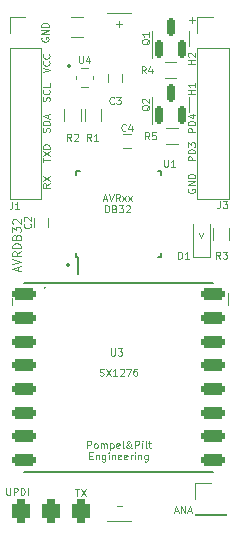
<source format=gbr>
%TF.GenerationSoftware,KiCad,Pcbnew,(6.0.5)*%
%TF.CreationDate,2022-05-21T08:56:41+02:00*%
%TF.ProjectId,LoraTrigger,4c6f7261-5472-4696-9767-65722e6b6963,rev?*%
%TF.SameCoordinates,Original*%
%TF.FileFunction,Legend,Top*%
%TF.FilePolarity,Positive*%
%FSLAX46Y46*%
G04 Gerber Fmt 4.6, Leading zero omitted, Abs format (unit mm)*
G04 Created by KiCad (PCBNEW (6.0.5)) date 2022-05-21 08:56:41*
%MOMM*%
%LPD*%
G01*
G04 APERTURE LIST*
G04 Aperture macros list*
%AMRoundRect*
0 Rectangle with rounded corners*
0 $1 Rounding radius*
0 $2 $3 $4 $5 $6 $7 $8 $9 X,Y pos of 4 corners*
0 Add a 4 corners polygon primitive as box body*
4,1,4,$2,$3,$4,$5,$6,$7,$8,$9,$2,$3,0*
0 Add four circle primitives for the rounded corners*
1,1,$1+$1,$2,$3*
1,1,$1+$1,$4,$5*
1,1,$1+$1,$6,$7*
1,1,$1+$1,$8,$9*
0 Add four rect primitives between the rounded corners*
20,1,$1+$1,$2,$3,$4,$5,0*
20,1,$1+$1,$4,$5,$6,$7,0*
20,1,$1+$1,$6,$7,$8,$9,0*
20,1,$1+$1,$8,$9,$2,$3,0*%
G04 Aperture macros list end*
%ADD10C,0.100000*%
%ADD11C,0.150000*%
%ADD12C,0.200000*%
%ADD13C,0.120000*%
%ADD14R,1.200000X1.200000*%
%ADD15R,1.700000X1.700000*%
%ADD16RoundRect,0.375000X-0.375000X-0.625000X0.375000X-0.625000X0.375000X0.625000X-0.375000X0.625000X0*%
%ADD17RoundRect,0.250000X-0.750000X-0.250000X0.750000X-0.250000X0.750000X0.250000X-0.750000X0.250000X0*%
%ADD18C,2.000000*%
%ADD19R,0.750000X0.900000*%
%ADD20R,0.900000X0.750000*%
%ADD21R,0.900000X0.700000*%
%ADD22R,1.500000X1.250000*%
%ADD23R,0.700000X0.900000*%
%ADD24RoundRect,0.150000X0.150000X-0.587500X0.150000X0.587500X-0.150000X0.587500X-0.150000X-0.587500X0*%
%ADD25R,0.550000X1.600000*%
%ADD26R,1.600000X0.550000*%
%ADD27O,1.700000X1.700000*%
%ADD28R,1.100000X0.300000*%
G04 APERTURE END LIST*
D10*
X114871428Y-49442857D02*
X114271428Y-49442857D01*
X114271428Y-49214285D01*
X114300000Y-49157142D01*
X114328571Y-49128571D01*
X114385714Y-49100000D01*
X114471428Y-49100000D01*
X114528571Y-49128571D01*
X114557142Y-49157142D01*
X114585714Y-49214285D01*
X114585714Y-49442857D01*
X114871428Y-48842857D02*
X114271428Y-48842857D01*
X114271428Y-48700000D01*
X114300000Y-48614285D01*
X114357142Y-48557142D01*
X114414285Y-48528571D01*
X114528571Y-48500000D01*
X114614285Y-48500000D01*
X114728571Y-48528571D01*
X114785714Y-48557142D01*
X114842857Y-48614285D01*
X114871428Y-48700000D01*
X114871428Y-48842857D01*
X114471428Y-47985714D02*
X114871428Y-47985714D01*
X114242857Y-48128571D02*
X114671428Y-48271428D01*
X114671428Y-47900000D01*
D11*
X104341421Y-43841421D02*
G75*
G03*
X104341421Y-43841421I-141421J0D01*
G01*
X104241421Y-60700000D02*
G75*
G03*
X104241421Y-60700000I-141421J0D01*
G01*
D10*
X108271428Y-81092857D02*
X108728571Y-81092857D01*
X102100000Y-62564285D02*
X102128571Y-62592857D01*
X102100000Y-62621428D01*
X102071428Y-62592857D01*
X102100000Y-62564285D01*
X102100000Y-62621428D01*
X101971428Y-44400000D02*
X102571428Y-44200000D01*
X101971428Y-44000000D01*
X102514285Y-43457142D02*
X102542857Y-43485714D01*
X102571428Y-43571428D01*
X102571428Y-43628571D01*
X102542857Y-43714285D01*
X102485714Y-43771428D01*
X102428571Y-43800000D01*
X102314285Y-43828571D01*
X102228571Y-43828571D01*
X102114285Y-43800000D01*
X102057142Y-43771428D01*
X102000000Y-43714285D01*
X101971428Y-43628571D01*
X101971428Y-43571428D01*
X102000000Y-43485714D01*
X102028571Y-43457142D01*
X102514285Y-42857142D02*
X102542857Y-42885714D01*
X102571428Y-42971428D01*
X102571428Y-43028571D01*
X102542857Y-43114285D01*
X102485714Y-43171428D01*
X102428571Y-43200000D01*
X102314285Y-43228571D01*
X102228571Y-43228571D01*
X102114285Y-43200000D01*
X102057142Y-43171428D01*
X102000000Y-43114285D01*
X101971428Y-43028571D01*
X101971428Y-42971428D01*
X102000000Y-42885714D01*
X102028571Y-42857142D01*
X101900000Y-41457142D02*
X101871428Y-41514285D01*
X101871428Y-41600000D01*
X101900000Y-41685714D01*
X101957142Y-41742857D01*
X102014285Y-41771428D01*
X102128571Y-41800000D01*
X102214285Y-41800000D01*
X102328571Y-41771428D01*
X102385714Y-41742857D01*
X102442857Y-41685714D01*
X102471428Y-41600000D01*
X102471428Y-41542857D01*
X102442857Y-41457142D01*
X102414285Y-41428571D01*
X102214285Y-41428571D01*
X102214285Y-41542857D01*
X102471428Y-41171428D02*
X101871428Y-41171428D01*
X102471428Y-40828571D01*
X101871428Y-40828571D01*
X102471428Y-40542857D02*
X101871428Y-40542857D01*
X101871428Y-40400000D01*
X101900000Y-40314285D01*
X101957142Y-40257142D01*
X102014285Y-40228571D01*
X102128571Y-40200000D01*
X102214285Y-40200000D01*
X102328571Y-40228571D01*
X102385714Y-40257142D01*
X102442857Y-40314285D01*
X102471428Y-40400000D01*
X102471428Y-40542857D01*
X102571428Y-53800000D02*
X102285714Y-54000000D01*
X102571428Y-54142857D02*
X101971428Y-54142857D01*
X101971428Y-53914285D01*
X102000000Y-53857142D01*
X102028571Y-53828571D01*
X102085714Y-53800000D01*
X102171428Y-53800000D01*
X102228571Y-53828571D01*
X102257142Y-53857142D01*
X102285714Y-53914285D01*
X102285714Y-54142857D01*
X101971428Y-53600000D02*
X102571428Y-53200000D01*
X101971428Y-53200000D02*
X102571428Y-53600000D01*
X99916666Y-61183333D02*
X99916666Y-60850000D01*
X100116666Y-61250000D02*
X99416666Y-61016666D01*
X100116666Y-60783333D01*
X99416666Y-60650000D02*
X100116666Y-60416666D01*
X99416666Y-60183333D01*
X100116666Y-59550000D02*
X99783333Y-59783333D01*
X100116666Y-59950000D02*
X99416666Y-59950000D01*
X99416666Y-59683333D01*
X99450000Y-59616666D01*
X99483333Y-59583333D01*
X99550000Y-59550000D01*
X99650000Y-59550000D01*
X99716666Y-59583333D01*
X99750000Y-59616666D01*
X99783333Y-59683333D01*
X99783333Y-59950000D01*
X100116666Y-59250000D02*
X99416666Y-59250000D01*
X99416666Y-59083333D01*
X99450000Y-58983333D01*
X99516666Y-58916666D01*
X99583333Y-58883333D01*
X99716666Y-58850000D01*
X99816666Y-58850000D01*
X99950000Y-58883333D01*
X100016666Y-58916666D01*
X100083333Y-58983333D01*
X100116666Y-59083333D01*
X100116666Y-59250000D01*
X99750000Y-58316666D02*
X99783333Y-58216666D01*
X99816666Y-58183333D01*
X99883333Y-58150000D01*
X99983333Y-58150000D01*
X100050000Y-58183333D01*
X100083333Y-58216666D01*
X100116666Y-58283333D01*
X100116666Y-58550000D01*
X99416666Y-58550000D01*
X99416666Y-58316666D01*
X99450000Y-58250000D01*
X99483333Y-58216666D01*
X99550000Y-58183333D01*
X99616666Y-58183333D01*
X99683333Y-58216666D01*
X99716666Y-58250000D01*
X99750000Y-58316666D01*
X99750000Y-58550000D01*
X99416666Y-57916666D02*
X99416666Y-57483333D01*
X99683333Y-57716666D01*
X99683333Y-57616666D01*
X99716666Y-57550000D01*
X99750000Y-57516666D01*
X99816666Y-57483333D01*
X99983333Y-57483333D01*
X100050000Y-57516666D01*
X100083333Y-57550000D01*
X100116666Y-57616666D01*
X100116666Y-57816666D01*
X100083333Y-57883333D01*
X100050000Y-57916666D01*
X99483333Y-57216666D02*
X99450000Y-57183333D01*
X99416666Y-57116666D01*
X99416666Y-56950000D01*
X99450000Y-56883333D01*
X99483333Y-56850000D01*
X99550000Y-56816666D01*
X99616666Y-56816666D01*
X99716666Y-56850000D01*
X100116666Y-57250000D01*
X100116666Y-56816666D01*
X114371428Y-39942857D02*
X114828571Y-39942857D01*
X114600000Y-40171428D02*
X114600000Y-39714285D01*
X114871428Y-51842857D02*
X114271428Y-51842857D01*
X114271428Y-51614285D01*
X114300000Y-51557142D01*
X114328571Y-51528571D01*
X114385714Y-51500000D01*
X114471428Y-51500000D01*
X114528571Y-51528571D01*
X114557142Y-51557142D01*
X114585714Y-51614285D01*
X114585714Y-51842857D01*
X114871428Y-51242857D02*
X114271428Y-51242857D01*
X114271428Y-51100000D01*
X114300000Y-51014285D01*
X114357142Y-50957142D01*
X114414285Y-50928571D01*
X114528571Y-50900000D01*
X114614285Y-50900000D01*
X114728571Y-50928571D01*
X114785714Y-50957142D01*
X114842857Y-51014285D01*
X114871428Y-51100000D01*
X114871428Y-51242857D01*
X114271428Y-50700000D02*
X114271428Y-50328571D01*
X114500000Y-50528571D01*
X114500000Y-50442857D01*
X114528571Y-50385714D01*
X114557142Y-50357142D01*
X114614285Y-50328571D01*
X114757142Y-50328571D01*
X114814285Y-50357142D01*
X114842857Y-50385714D01*
X114871428Y-50442857D01*
X114871428Y-50614285D01*
X114842857Y-50671428D01*
X114814285Y-50700000D01*
X107114285Y-55117000D02*
X107400000Y-55117000D01*
X107057142Y-55288428D02*
X107257142Y-54688428D01*
X107457142Y-55288428D01*
X107571428Y-54688428D02*
X107771428Y-55288428D01*
X107971428Y-54688428D01*
X108514285Y-55288428D02*
X108314285Y-55002714D01*
X108171428Y-55288428D02*
X108171428Y-54688428D01*
X108400000Y-54688428D01*
X108457142Y-54717000D01*
X108485714Y-54745571D01*
X108514285Y-54802714D01*
X108514285Y-54888428D01*
X108485714Y-54945571D01*
X108457142Y-54974142D01*
X108400000Y-55002714D01*
X108171428Y-55002714D01*
X108714285Y-55288428D02*
X109028571Y-54888428D01*
X108714285Y-54888428D02*
X109028571Y-55288428D01*
X109200000Y-55288428D02*
X109514285Y-54888428D01*
X109200000Y-54888428D02*
X109514285Y-55288428D01*
X107271428Y-56254428D02*
X107271428Y-55654428D01*
X107414285Y-55654428D01*
X107500000Y-55683000D01*
X107557142Y-55740142D01*
X107585714Y-55797285D01*
X107614285Y-55911571D01*
X107614285Y-55997285D01*
X107585714Y-56111571D01*
X107557142Y-56168714D01*
X107500000Y-56225857D01*
X107414285Y-56254428D01*
X107271428Y-56254428D01*
X108071428Y-55940142D02*
X108157142Y-55968714D01*
X108185714Y-55997285D01*
X108214285Y-56054428D01*
X108214285Y-56140142D01*
X108185714Y-56197285D01*
X108157142Y-56225857D01*
X108100000Y-56254428D01*
X107871428Y-56254428D01*
X107871428Y-55654428D01*
X108071428Y-55654428D01*
X108128571Y-55683000D01*
X108157142Y-55711571D01*
X108185714Y-55768714D01*
X108185714Y-55825857D01*
X108157142Y-55883000D01*
X108128571Y-55911571D01*
X108071428Y-55940142D01*
X107871428Y-55940142D01*
X108414285Y-55654428D02*
X108785714Y-55654428D01*
X108585714Y-55883000D01*
X108671428Y-55883000D01*
X108728571Y-55911571D01*
X108757142Y-55940142D01*
X108785714Y-55997285D01*
X108785714Y-56140142D01*
X108757142Y-56197285D01*
X108728571Y-56225857D01*
X108671428Y-56254428D01*
X108500000Y-56254428D01*
X108442857Y-56225857D01*
X108414285Y-56197285D01*
X109014285Y-55711571D02*
X109042857Y-55683000D01*
X109100000Y-55654428D01*
X109242857Y-55654428D01*
X109300000Y-55683000D01*
X109328571Y-55711571D01*
X109357142Y-55768714D01*
X109357142Y-55825857D01*
X109328571Y-55911571D01*
X108985714Y-56254428D01*
X109357142Y-56254428D01*
X108221428Y-40292857D02*
X108678571Y-40292857D01*
X108450000Y-40521428D02*
X108450000Y-40064285D01*
X114871428Y-43657142D02*
X114271428Y-43657142D01*
X114557142Y-43657142D02*
X114557142Y-43314285D01*
X114871428Y-43314285D02*
X114271428Y-43314285D01*
X114328571Y-43057142D02*
X114300000Y-43028571D01*
X114271428Y-42971428D01*
X114271428Y-42828571D01*
X114300000Y-42771428D01*
X114328571Y-42742857D01*
X114385714Y-42714285D01*
X114442857Y-42714285D01*
X114528571Y-42742857D01*
X114871428Y-43085714D01*
X114871428Y-42714285D01*
X114300000Y-54257142D02*
X114271428Y-54314285D01*
X114271428Y-54400000D01*
X114300000Y-54485714D01*
X114357142Y-54542857D01*
X114414285Y-54571428D01*
X114528571Y-54600000D01*
X114614285Y-54600000D01*
X114728571Y-54571428D01*
X114785714Y-54542857D01*
X114842857Y-54485714D01*
X114871428Y-54400000D01*
X114871428Y-54342857D01*
X114842857Y-54257142D01*
X114814285Y-54228571D01*
X114614285Y-54228571D01*
X114614285Y-54342857D01*
X114871428Y-53971428D02*
X114271428Y-53971428D01*
X114871428Y-53628571D01*
X114271428Y-53628571D01*
X114871428Y-53342857D02*
X114271428Y-53342857D01*
X114271428Y-53200000D01*
X114300000Y-53114285D01*
X114357142Y-53057142D01*
X114414285Y-53028571D01*
X114528571Y-53000000D01*
X114614285Y-53000000D01*
X114728571Y-53028571D01*
X114785714Y-53057142D01*
X114842857Y-53114285D01*
X114871428Y-53200000D01*
X114871428Y-53342857D01*
X115528571Y-57971428D02*
X115357142Y-58428571D01*
X115185714Y-57971428D01*
X105742857Y-76188428D02*
X105742857Y-75588428D01*
X105971428Y-75588428D01*
X106028571Y-75617000D01*
X106057142Y-75645571D01*
X106085714Y-75702714D01*
X106085714Y-75788428D01*
X106057142Y-75845571D01*
X106028571Y-75874142D01*
X105971428Y-75902714D01*
X105742857Y-75902714D01*
X106428571Y-76188428D02*
X106371428Y-76159857D01*
X106342857Y-76131285D01*
X106314285Y-76074142D01*
X106314285Y-75902714D01*
X106342857Y-75845571D01*
X106371428Y-75817000D01*
X106428571Y-75788428D01*
X106514285Y-75788428D01*
X106571428Y-75817000D01*
X106600000Y-75845571D01*
X106628571Y-75902714D01*
X106628571Y-76074142D01*
X106600000Y-76131285D01*
X106571428Y-76159857D01*
X106514285Y-76188428D01*
X106428571Y-76188428D01*
X106885714Y-76188428D02*
X106885714Y-75788428D01*
X106885714Y-75845571D02*
X106914285Y-75817000D01*
X106971428Y-75788428D01*
X107057142Y-75788428D01*
X107114285Y-75817000D01*
X107142857Y-75874142D01*
X107142857Y-76188428D01*
X107142857Y-75874142D02*
X107171428Y-75817000D01*
X107228571Y-75788428D01*
X107314285Y-75788428D01*
X107371428Y-75817000D01*
X107400000Y-75874142D01*
X107400000Y-76188428D01*
X107685714Y-75788428D02*
X107685714Y-76388428D01*
X107685714Y-75817000D02*
X107742857Y-75788428D01*
X107857142Y-75788428D01*
X107914285Y-75817000D01*
X107942857Y-75845571D01*
X107971428Y-75902714D01*
X107971428Y-76074142D01*
X107942857Y-76131285D01*
X107914285Y-76159857D01*
X107857142Y-76188428D01*
X107742857Y-76188428D01*
X107685714Y-76159857D01*
X108457142Y-76159857D02*
X108400000Y-76188428D01*
X108285714Y-76188428D01*
X108228571Y-76159857D01*
X108200000Y-76102714D01*
X108200000Y-75874142D01*
X108228571Y-75817000D01*
X108285714Y-75788428D01*
X108400000Y-75788428D01*
X108457142Y-75817000D01*
X108485714Y-75874142D01*
X108485714Y-75931285D01*
X108200000Y-75988428D01*
X108828571Y-76188428D02*
X108771428Y-76159857D01*
X108742857Y-76102714D01*
X108742857Y-75588428D01*
X109542857Y-76188428D02*
X109514285Y-76188428D01*
X109457142Y-76159857D01*
X109371428Y-76074142D01*
X109228571Y-75902714D01*
X109171428Y-75817000D01*
X109142857Y-75731285D01*
X109142857Y-75674142D01*
X109171428Y-75617000D01*
X109228571Y-75588428D01*
X109257142Y-75588428D01*
X109314285Y-75617000D01*
X109342857Y-75674142D01*
X109342857Y-75702714D01*
X109314285Y-75759857D01*
X109285714Y-75788428D01*
X109114285Y-75902714D01*
X109085714Y-75931285D01*
X109057142Y-75988428D01*
X109057142Y-76074142D01*
X109085714Y-76131285D01*
X109114285Y-76159857D01*
X109171428Y-76188428D01*
X109257142Y-76188428D01*
X109314285Y-76159857D01*
X109342857Y-76131285D01*
X109428571Y-76017000D01*
X109457142Y-75931285D01*
X109457142Y-75874142D01*
X109800000Y-76188428D02*
X109800000Y-75588428D01*
X110028571Y-75588428D01*
X110085714Y-75617000D01*
X110114285Y-75645571D01*
X110142857Y-75702714D01*
X110142857Y-75788428D01*
X110114285Y-75845571D01*
X110085714Y-75874142D01*
X110028571Y-75902714D01*
X109800000Y-75902714D01*
X110400000Y-76188428D02*
X110400000Y-75788428D01*
X110400000Y-75588428D02*
X110371428Y-75617000D01*
X110400000Y-75645571D01*
X110428571Y-75617000D01*
X110400000Y-75588428D01*
X110400000Y-75645571D01*
X110771428Y-76188428D02*
X110714285Y-76159857D01*
X110685714Y-76102714D01*
X110685714Y-75588428D01*
X110914285Y-75788428D02*
X111142857Y-75788428D01*
X111000000Y-75588428D02*
X111000000Y-76102714D01*
X111028571Y-76159857D01*
X111085714Y-76188428D01*
X111142857Y-76188428D01*
X105928571Y-76840142D02*
X106128571Y-76840142D01*
X106214285Y-77154428D02*
X105928571Y-77154428D01*
X105928571Y-76554428D01*
X106214285Y-76554428D01*
X106471428Y-76754428D02*
X106471428Y-77154428D01*
X106471428Y-76811571D02*
X106500000Y-76783000D01*
X106557142Y-76754428D01*
X106642857Y-76754428D01*
X106700000Y-76783000D01*
X106728571Y-76840142D01*
X106728571Y-77154428D01*
X107271428Y-76754428D02*
X107271428Y-77240142D01*
X107242857Y-77297285D01*
X107214285Y-77325857D01*
X107157142Y-77354428D01*
X107071428Y-77354428D01*
X107014285Y-77325857D01*
X107271428Y-77125857D02*
X107214285Y-77154428D01*
X107100000Y-77154428D01*
X107042857Y-77125857D01*
X107014285Y-77097285D01*
X106985714Y-77040142D01*
X106985714Y-76868714D01*
X107014285Y-76811571D01*
X107042857Y-76783000D01*
X107100000Y-76754428D01*
X107214285Y-76754428D01*
X107271428Y-76783000D01*
X107557142Y-77154428D02*
X107557142Y-76754428D01*
X107557142Y-76554428D02*
X107528571Y-76583000D01*
X107557142Y-76611571D01*
X107585714Y-76583000D01*
X107557142Y-76554428D01*
X107557142Y-76611571D01*
X107842857Y-76754428D02*
X107842857Y-77154428D01*
X107842857Y-76811571D02*
X107871428Y-76783000D01*
X107928571Y-76754428D01*
X108014285Y-76754428D01*
X108071428Y-76783000D01*
X108100000Y-76840142D01*
X108100000Y-77154428D01*
X108614285Y-77125857D02*
X108557142Y-77154428D01*
X108442857Y-77154428D01*
X108385714Y-77125857D01*
X108357142Y-77068714D01*
X108357142Y-76840142D01*
X108385714Y-76783000D01*
X108442857Y-76754428D01*
X108557142Y-76754428D01*
X108614285Y-76783000D01*
X108642857Y-76840142D01*
X108642857Y-76897285D01*
X108357142Y-76954428D01*
X109128571Y-77125857D02*
X109071428Y-77154428D01*
X108957142Y-77154428D01*
X108900000Y-77125857D01*
X108871428Y-77068714D01*
X108871428Y-76840142D01*
X108900000Y-76783000D01*
X108957142Y-76754428D01*
X109071428Y-76754428D01*
X109128571Y-76783000D01*
X109157142Y-76840142D01*
X109157142Y-76897285D01*
X108871428Y-76954428D01*
X109414285Y-77154428D02*
X109414285Y-76754428D01*
X109414285Y-76868714D02*
X109442857Y-76811571D01*
X109471428Y-76783000D01*
X109528571Y-76754428D01*
X109585714Y-76754428D01*
X109785714Y-77154428D02*
X109785714Y-76754428D01*
X109785714Y-76554428D02*
X109757142Y-76583000D01*
X109785714Y-76611571D01*
X109814285Y-76583000D01*
X109785714Y-76554428D01*
X109785714Y-76611571D01*
X110071428Y-76754428D02*
X110071428Y-77154428D01*
X110071428Y-76811571D02*
X110100000Y-76783000D01*
X110157142Y-76754428D01*
X110242857Y-76754428D01*
X110300000Y-76783000D01*
X110328571Y-76840142D01*
X110328571Y-77154428D01*
X110871428Y-76754428D02*
X110871428Y-77240142D01*
X110842857Y-77297285D01*
X110814285Y-77325857D01*
X110757142Y-77354428D01*
X110671428Y-77354428D01*
X110614285Y-77325857D01*
X110871428Y-77125857D02*
X110814285Y-77154428D01*
X110700000Y-77154428D01*
X110642857Y-77125857D01*
X110614285Y-77097285D01*
X110585714Y-77040142D01*
X110585714Y-76868714D01*
X110614285Y-76811571D01*
X110642857Y-76783000D01*
X110700000Y-76754428D01*
X110814285Y-76754428D01*
X110871428Y-76783000D01*
X104742857Y-79671428D02*
X105085714Y-79671428D01*
X104914285Y-80271428D02*
X104914285Y-79671428D01*
X105228571Y-79671428D02*
X105628571Y-80271428D01*
X105628571Y-79671428D02*
X105228571Y-80271428D01*
X114871428Y-46257142D02*
X114271428Y-46257142D01*
X114557142Y-46257142D02*
X114557142Y-45914285D01*
X114871428Y-45914285D02*
X114271428Y-45914285D01*
X114871428Y-45314285D02*
X114871428Y-45657142D01*
X114871428Y-45485714D02*
X114271428Y-45485714D01*
X114357142Y-45542857D01*
X114414285Y-45600000D01*
X114442857Y-45657142D01*
X113135714Y-81500000D02*
X113421428Y-81500000D01*
X113078571Y-81671428D02*
X113278571Y-81071428D01*
X113478571Y-81671428D01*
X113678571Y-81671428D02*
X113678571Y-81071428D01*
X114021428Y-81671428D01*
X114021428Y-81071428D01*
X114278571Y-81500000D02*
X114564285Y-81500000D01*
X114221428Y-81671428D02*
X114421428Y-81071428D01*
X114621428Y-81671428D01*
X101971428Y-51957142D02*
X101971428Y-51614285D01*
X102571428Y-51785714D02*
X101971428Y-51785714D01*
X101971428Y-51471428D02*
X102571428Y-51071428D01*
X101971428Y-51071428D02*
X102571428Y-51471428D01*
X102571428Y-50842857D02*
X101971428Y-50842857D01*
X101971428Y-50700000D01*
X102000000Y-50614285D01*
X102057142Y-50557142D01*
X102114285Y-50528571D01*
X102228571Y-50500000D01*
X102314285Y-50500000D01*
X102428571Y-50528571D01*
X102485714Y-50557142D01*
X102542857Y-50614285D01*
X102571428Y-50700000D01*
X102571428Y-50842857D01*
X102542857Y-49428571D02*
X102571428Y-49342857D01*
X102571428Y-49200000D01*
X102542857Y-49142857D01*
X102514285Y-49114285D01*
X102457142Y-49085714D01*
X102400000Y-49085714D01*
X102342857Y-49114285D01*
X102314285Y-49142857D01*
X102285714Y-49200000D01*
X102257142Y-49314285D01*
X102228571Y-49371428D01*
X102200000Y-49400000D01*
X102142857Y-49428571D01*
X102085714Y-49428571D01*
X102028571Y-49400000D01*
X102000000Y-49371428D01*
X101971428Y-49314285D01*
X101971428Y-49171428D01*
X102000000Y-49085714D01*
X102571428Y-48828571D02*
X101971428Y-48828571D01*
X101971428Y-48685714D01*
X102000000Y-48600000D01*
X102057142Y-48542857D01*
X102114285Y-48514285D01*
X102228571Y-48485714D01*
X102314285Y-48485714D01*
X102428571Y-48514285D01*
X102485714Y-48542857D01*
X102542857Y-48600000D01*
X102571428Y-48685714D01*
X102571428Y-48828571D01*
X102400000Y-48257142D02*
X102400000Y-47971428D01*
X102571428Y-48314285D02*
X101971428Y-48114285D01*
X102571428Y-47914285D01*
X98885714Y-79571428D02*
X98885714Y-80057142D01*
X98914285Y-80114285D01*
X98942857Y-80142857D01*
X99000000Y-80171428D01*
X99114285Y-80171428D01*
X99171428Y-80142857D01*
X99200000Y-80114285D01*
X99228571Y-80057142D01*
X99228571Y-79571428D01*
X99514285Y-80171428D02*
X99514285Y-79571428D01*
X99742857Y-79571428D01*
X99800000Y-79600000D01*
X99828571Y-79628571D01*
X99857142Y-79685714D01*
X99857142Y-79771428D01*
X99828571Y-79828571D01*
X99800000Y-79857142D01*
X99742857Y-79885714D01*
X99514285Y-79885714D01*
X100114285Y-80171428D02*
X100114285Y-79571428D01*
X100257142Y-79571428D01*
X100342857Y-79600000D01*
X100400000Y-79657142D01*
X100428571Y-79714285D01*
X100457142Y-79828571D01*
X100457142Y-79914285D01*
X100428571Y-80028571D01*
X100400000Y-80085714D01*
X100342857Y-80142857D01*
X100257142Y-80171428D01*
X100114285Y-80171428D01*
X100714285Y-80171428D02*
X100714285Y-79571428D01*
X102542857Y-46814285D02*
X102571428Y-46728571D01*
X102571428Y-46585714D01*
X102542857Y-46528571D01*
X102514285Y-46500000D01*
X102457142Y-46471428D01*
X102400000Y-46471428D01*
X102342857Y-46500000D01*
X102314285Y-46528571D01*
X102285714Y-46585714D01*
X102257142Y-46700000D01*
X102228571Y-46757142D01*
X102200000Y-46785714D01*
X102142857Y-46814285D01*
X102085714Y-46814285D01*
X102028571Y-46785714D01*
X102000000Y-46757142D01*
X101971428Y-46700000D01*
X101971428Y-46557142D01*
X102000000Y-46471428D01*
X102514285Y-45871428D02*
X102542857Y-45900000D01*
X102571428Y-45985714D01*
X102571428Y-46042857D01*
X102542857Y-46128571D01*
X102485714Y-46185714D01*
X102428571Y-46214285D01*
X102314285Y-46242857D01*
X102228571Y-46242857D01*
X102114285Y-46214285D01*
X102057142Y-46185714D01*
X102000000Y-46128571D01*
X101971428Y-46042857D01*
X101971428Y-45985714D01*
X102000000Y-45900000D01*
X102028571Y-45871428D01*
X102571428Y-45328571D02*
X102571428Y-45614285D01*
X101971428Y-45614285D01*
X106800000Y-70042857D02*
X106885714Y-70071428D01*
X107028571Y-70071428D01*
X107085714Y-70042857D01*
X107114285Y-70014285D01*
X107142857Y-69957142D01*
X107142857Y-69900000D01*
X107114285Y-69842857D01*
X107085714Y-69814285D01*
X107028571Y-69785714D01*
X106914285Y-69757142D01*
X106857142Y-69728571D01*
X106828571Y-69700000D01*
X106800000Y-69642857D01*
X106800000Y-69585714D01*
X106828571Y-69528571D01*
X106857142Y-69500000D01*
X106914285Y-69471428D01*
X107057142Y-69471428D01*
X107142857Y-69500000D01*
X107342857Y-69471428D02*
X107742857Y-70071428D01*
X107742857Y-69471428D02*
X107342857Y-70071428D01*
X108285714Y-70071428D02*
X107942857Y-70071428D01*
X108114285Y-70071428D02*
X108114285Y-69471428D01*
X108057142Y-69557142D01*
X108000000Y-69614285D01*
X107942857Y-69642857D01*
X108514285Y-69528571D02*
X108542857Y-69500000D01*
X108600000Y-69471428D01*
X108742857Y-69471428D01*
X108800000Y-69500000D01*
X108828571Y-69528571D01*
X108857142Y-69585714D01*
X108857142Y-69642857D01*
X108828571Y-69728571D01*
X108485714Y-70071428D01*
X108857142Y-70071428D01*
X109057142Y-69471428D02*
X109457142Y-69471428D01*
X109200000Y-70071428D01*
X109942857Y-69471428D02*
X109828571Y-69471428D01*
X109771428Y-69500000D01*
X109742857Y-69528571D01*
X109685714Y-69614285D01*
X109657142Y-69728571D01*
X109657142Y-69957142D01*
X109685714Y-70014285D01*
X109714285Y-70042857D01*
X109771428Y-70071428D01*
X109885714Y-70071428D01*
X109942857Y-70042857D01*
X109971428Y-70014285D01*
X110000000Y-69957142D01*
X110000000Y-69814285D01*
X109971428Y-69757142D01*
X109942857Y-69728571D01*
X109885714Y-69700000D01*
X109771428Y-69700000D01*
X109714285Y-69728571D01*
X109685714Y-69757142D01*
X109657142Y-69814285D01*
X113457142Y-60171428D02*
X113457142Y-59571428D01*
X113600000Y-59571428D01*
X113685714Y-59600000D01*
X113742857Y-59657142D01*
X113771428Y-59714285D01*
X113800000Y-59828571D01*
X113800000Y-59914285D01*
X113771428Y-60028571D01*
X113742857Y-60085714D01*
X113685714Y-60142857D01*
X113600000Y-60171428D01*
X113457142Y-60171428D01*
X114371428Y-60171428D02*
X114028571Y-60171428D01*
X114200000Y-60171428D02*
X114200000Y-59571428D01*
X114142857Y-59657142D01*
X114085714Y-59714285D01*
X114028571Y-59742857D01*
X107742857Y-67771428D02*
X107742857Y-68257142D01*
X107771428Y-68314285D01*
X107800000Y-68342857D01*
X107857142Y-68371428D01*
X107971428Y-68371428D01*
X108028571Y-68342857D01*
X108057142Y-68314285D01*
X108085714Y-68257142D01*
X108085714Y-67771428D01*
X108314285Y-67771428D02*
X108685714Y-67771428D01*
X108485714Y-68000000D01*
X108571428Y-68000000D01*
X108628571Y-68028571D01*
X108657142Y-68057142D01*
X108685714Y-68114285D01*
X108685714Y-68257142D01*
X108657142Y-68314285D01*
X108628571Y-68342857D01*
X108571428Y-68371428D01*
X108400000Y-68371428D01*
X108342857Y-68342857D01*
X108314285Y-68314285D01*
X100914285Y-57200000D02*
X100942857Y-57228571D01*
X100971428Y-57314285D01*
X100971428Y-57371428D01*
X100942857Y-57457142D01*
X100885714Y-57514285D01*
X100828571Y-57542857D01*
X100714285Y-57571428D01*
X100628571Y-57571428D01*
X100514285Y-57542857D01*
X100457142Y-57514285D01*
X100400000Y-57457142D01*
X100371428Y-57371428D01*
X100371428Y-57314285D01*
X100400000Y-57228571D01*
X100428571Y-57200000D01*
X100428571Y-56971428D02*
X100400000Y-56942857D01*
X100371428Y-56885714D01*
X100371428Y-56742857D01*
X100400000Y-56685714D01*
X100428571Y-56657142D01*
X100485714Y-56628571D01*
X100542857Y-56628571D01*
X100628571Y-56657142D01*
X100971428Y-57000000D01*
X100971428Y-56628571D01*
X108000000Y-47014285D02*
X107971428Y-47042857D01*
X107885714Y-47071428D01*
X107828571Y-47071428D01*
X107742857Y-47042857D01*
X107685714Y-46985714D01*
X107657142Y-46928571D01*
X107628571Y-46814285D01*
X107628571Y-46728571D01*
X107657142Y-46614285D01*
X107685714Y-46557142D01*
X107742857Y-46500000D01*
X107828571Y-46471428D01*
X107885714Y-46471428D01*
X107971428Y-46500000D01*
X108000000Y-46528571D01*
X108200000Y-46471428D02*
X108571428Y-46471428D01*
X108371428Y-46700000D01*
X108457142Y-46700000D01*
X108514285Y-46728571D01*
X108542857Y-46757142D01*
X108571428Y-46814285D01*
X108571428Y-46957142D01*
X108542857Y-47014285D01*
X108514285Y-47042857D01*
X108457142Y-47071428D01*
X108285714Y-47071428D01*
X108228571Y-47042857D01*
X108200000Y-47014285D01*
X109000000Y-49314285D02*
X108971428Y-49342857D01*
X108885714Y-49371428D01*
X108828571Y-49371428D01*
X108742857Y-49342857D01*
X108685714Y-49285714D01*
X108657142Y-49228571D01*
X108628571Y-49114285D01*
X108628571Y-49028571D01*
X108657142Y-48914285D01*
X108685714Y-48857142D01*
X108742857Y-48800000D01*
X108828571Y-48771428D01*
X108885714Y-48771428D01*
X108971428Y-48800000D01*
X109000000Y-48828571D01*
X109514285Y-48971428D02*
X109514285Y-49371428D01*
X109371428Y-48742857D02*
X109228571Y-49171428D01*
X109600000Y-49171428D01*
X117000000Y-60171428D02*
X116800000Y-59885714D01*
X116657142Y-60171428D02*
X116657142Y-59571428D01*
X116885714Y-59571428D01*
X116942857Y-59600000D01*
X116971428Y-59628571D01*
X117000000Y-59685714D01*
X117000000Y-59771428D01*
X116971428Y-59828571D01*
X116942857Y-59857142D01*
X116885714Y-59885714D01*
X116657142Y-59885714D01*
X117200000Y-59571428D02*
X117571428Y-59571428D01*
X117371428Y-59800000D01*
X117457142Y-59800000D01*
X117514285Y-59828571D01*
X117542857Y-59857142D01*
X117571428Y-59914285D01*
X117571428Y-60057142D01*
X117542857Y-60114285D01*
X117514285Y-60142857D01*
X117457142Y-60171428D01*
X117285714Y-60171428D01*
X117228571Y-60142857D01*
X117200000Y-60114285D01*
X106100000Y-50171428D02*
X105900000Y-49885714D01*
X105757142Y-50171428D02*
X105757142Y-49571428D01*
X105985714Y-49571428D01*
X106042857Y-49600000D01*
X106071428Y-49628571D01*
X106100000Y-49685714D01*
X106100000Y-49771428D01*
X106071428Y-49828571D01*
X106042857Y-49857142D01*
X105985714Y-49885714D01*
X105757142Y-49885714D01*
X106671428Y-50171428D02*
X106328571Y-50171428D01*
X106500000Y-50171428D02*
X106500000Y-49571428D01*
X106442857Y-49657142D01*
X106385714Y-49714285D01*
X106328571Y-49742857D01*
X104400000Y-50171428D02*
X104200000Y-49885714D01*
X104057142Y-50171428D02*
X104057142Y-49571428D01*
X104285714Y-49571428D01*
X104342857Y-49600000D01*
X104371428Y-49628571D01*
X104400000Y-49685714D01*
X104400000Y-49771428D01*
X104371428Y-49828571D01*
X104342857Y-49857142D01*
X104285714Y-49885714D01*
X104057142Y-49885714D01*
X104628571Y-49628571D02*
X104657142Y-49600000D01*
X104714285Y-49571428D01*
X104857142Y-49571428D01*
X104914285Y-49600000D01*
X104942857Y-49628571D01*
X104971428Y-49685714D01*
X104971428Y-49742857D01*
X104942857Y-49828571D01*
X104600000Y-50171428D01*
X104971428Y-50171428D01*
X111000000Y-50071428D02*
X110800000Y-49785714D01*
X110657142Y-50071428D02*
X110657142Y-49471428D01*
X110885714Y-49471428D01*
X110942857Y-49500000D01*
X110971428Y-49528571D01*
X111000000Y-49585714D01*
X111000000Y-49671428D01*
X110971428Y-49728571D01*
X110942857Y-49757142D01*
X110885714Y-49785714D01*
X110657142Y-49785714D01*
X111542857Y-49471428D02*
X111257142Y-49471428D01*
X111228571Y-49757142D01*
X111257142Y-49728571D01*
X111314285Y-49700000D01*
X111457142Y-49700000D01*
X111514285Y-49728571D01*
X111542857Y-49757142D01*
X111571428Y-49814285D01*
X111571428Y-49957142D01*
X111542857Y-50014285D01*
X111514285Y-50042857D01*
X111457142Y-50071428D01*
X111314285Y-50071428D01*
X111257142Y-50042857D01*
X111228571Y-50014285D01*
X111028571Y-41557142D02*
X111000000Y-41614285D01*
X110942857Y-41671428D01*
X110857142Y-41757142D01*
X110828571Y-41814285D01*
X110828571Y-41871428D01*
X110971428Y-41842857D02*
X110942857Y-41900000D01*
X110885714Y-41957142D01*
X110771428Y-41985714D01*
X110571428Y-41985714D01*
X110457142Y-41957142D01*
X110400000Y-41900000D01*
X110371428Y-41842857D01*
X110371428Y-41728571D01*
X110400000Y-41671428D01*
X110457142Y-41614285D01*
X110571428Y-41585714D01*
X110771428Y-41585714D01*
X110885714Y-41614285D01*
X110942857Y-41671428D01*
X110971428Y-41728571D01*
X110971428Y-41842857D01*
X110971428Y-41014285D02*
X110971428Y-41357142D01*
X110971428Y-41185714D02*
X110371428Y-41185714D01*
X110457142Y-41242857D01*
X110514285Y-41300000D01*
X110542857Y-41357142D01*
X112242857Y-51771428D02*
X112242857Y-52257142D01*
X112271428Y-52314285D01*
X112300000Y-52342857D01*
X112357142Y-52371428D01*
X112471428Y-52371428D01*
X112528571Y-52342857D01*
X112557142Y-52314285D01*
X112585714Y-52257142D01*
X112585714Y-51771428D01*
X113185714Y-52371428D02*
X112842857Y-52371428D01*
X113014285Y-52371428D02*
X113014285Y-51771428D01*
X112957142Y-51857142D01*
X112900000Y-51914285D01*
X112842857Y-51942857D01*
X99400000Y-55371428D02*
X99400000Y-55800000D01*
X99371428Y-55885714D01*
X99314285Y-55942857D01*
X99228571Y-55971428D01*
X99171428Y-55971428D01*
X100000000Y-55971428D02*
X99657142Y-55971428D01*
X99828571Y-55971428D02*
X99828571Y-55371428D01*
X99771428Y-55457142D01*
X99714285Y-55514285D01*
X99657142Y-55542857D01*
X117000000Y-55271428D02*
X117000000Y-55700000D01*
X116971428Y-55785714D01*
X116914285Y-55842857D01*
X116828571Y-55871428D01*
X116771428Y-55871428D01*
X117228571Y-55271428D02*
X117600000Y-55271428D01*
X117400000Y-55500000D01*
X117485714Y-55500000D01*
X117542857Y-55528571D01*
X117571428Y-55557142D01*
X117600000Y-55614285D01*
X117600000Y-55757142D01*
X117571428Y-55814285D01*
X117542857Y-55842857D01*
X117485714Y-55871428D01*
X117314285Y-55871428D01*
X117257142Y-55842857D01*
X117228571Y-55814285D01*
X110700000Y-44471428D02*
X110500000Y-44185714D01*
X110357142Y-44471428D02*
X110357142Y-43871428D01*
X110585714Y-43871428D01*
X110642857Y-43900000D01*
X110671428Y-43928571D01*
X110700000Y-43985714D01*
X110700000Y-44071428D01*
X110671428Y-44128571D01*
X110642857Y-44157142D01*
X110585714Y-44185714D01*
X110357142Y-44185714D01*
X111214285Y-44071428D02*
X111214285Y-44471428D01*
X111071428Y-43842857D02*
X110928571Y-44271428D01*
X111300000Y-44271428D01*
X105042857Y-43012849D02*
X105042857Y-43498563D01*
X105071428Y-43555706D01*
X105100000Y-43584278D01*
X105157142Y-43612849D01*
X105271428Y-43612849D01*
X105328571Y-43584278D01*
X105357142Y-43555706D01*
X105385714Y-43498563D01*
X105385714Y-43012849D01*
X105928571Y-43212849D02*
X105928571Y-43612849D01*
X105785714Y-42984278D02*
X105642857Y-43412849D01*
X106014285Y-43412849D01*
X111028571Y-47157142D02*
X111000000Y-47214285D01*
X110942857Y-47271428D01*
X110857142Y-47357142D01*
X110828571Y-47414285D01*
X110828571Y-47471428D01*
X110971428Y-47442857D02*
X110942857Y-47500000D01*
X110885714Y-47557142D01*
X110771428Y-47585714D01*
X110571428Y-47585714D01*
X110457142Y-47557142D01*
X110400000Y-47500000D01*
X110371428Y-47442857D01*
X110371428Y-47328571D01*
X110400000Y-47271428D01*
X110457142Y-47214285D01*
X110571428Y-47185714D01*
X110771428Y-47185714D01*
X110885714Y-47214285D01*
X110942857Y-47271428D01*
X110971428Y-47328571D01*
X110971428Y-47442857D01*
X110428571Y-46957142D02*
X110400000Y-46928571D01*
X110371428Y-46871428D01*
X110371428Y-46728571D01*
X110400000Y-46671428D01*
X110428571Y-46642857D01*
X110485714Y-46614285D01*
X110542857Y-46614285D01*
X110628571Y-46642857D01*
X110971428Y-46985714D01*
X110971428Y-46614285D01*
X114700000Y-60050000D02*
X114700000Y-57250000D01*
X114700000Y-60050000D02*
X116100000Y-60050000D01*
X116100000Y-60050000D02*
X116100000Y-57250000D01*
X117535000Y-81788000D02*
X117535000Y-81848000D01*
X114875000Y-79188000D02*
X116205000Y-79188000D01*
X114875000Y-81788000D02*
X117535000Y-81788000D01*
X114875000Y-80518000D02*
X114875000Y-79188000D01*
X114875000Y-81788000D02*
X114875000Y-81848000D01*
X114875000Y-81848000D02*
X117535000Y-81848000D01*
D12*
X116426000Y-78200000D02*
X100426000Y-78200000D01*
X100426000Y-62200000D02*
X116426000Y-62200000D01*
D10*
X99350000Y-63050000D02*
X99350000Y-64050000D01*
X117650000Y-63050000D02*
X117650000Y-64050000D01*
X109450000Y-82350000D02*
X107450000Y-82350000D01*
X109450000Y-39350000D02*
X107450000Y-39350000D01*
D13*
X102400000Y-56750000D02*
X102400000Y-57450000D01*
X101200000Y-57450000D02*
X101200000Y-56750000D01*
X108700000Y-44491421D02*
X108700000Y-45191421D01*
X107500000Y-45191421D02*
X107500000Y-44491421D01*
X108750000Y-49600000D02*
X109450000Y-49600000D01*
X109450000Y-50800000D02*
X108750000Y-50800000D01*
X116420000Y-58600000D02*
X116420000Y-57600000D01*
X117780000Y-57600000D02*
X117780000Y-58600000D01*
X106880000Y-47500000D02*
X106880000Y-48500000D01*
X105520000Y-48500000D02*
X105520000Y-47500000D01*
X103820000Y-48500000D02*
X103820000Y-47500000D01*
X105180000Y-47500000D02*
X105180000Y-48500000D01*
X104400000Y-41375000D02*
X105400000Y-41375000D01*
X105400000Y-39675000D02*
X104400000Y-39675000D01*
X113400000Y-50480000D02*
X112400000Y-50480000D01*
X112400000Y-49120000D02*
X113400000Y-49120000D01*
X114360000Y-41500000D02*
X114360000Y-40850000D01*
X114360000Y-41500000D02*
X114360000Y-42150000D01*
X111240000Y-41500000D02*
X111240000Y-40850000D01*
X111240000Y-41500000D02*
X111240000Y-43175000D01*
D11*
X104775000Y-60025000D02*
X104775000Y-59700000D01*
X112025000Y-60025000D02*
X111700000Y-60025000D01*
X112025000Y-52775000D02*
X112025000Y-53100000D01*
X104775000Y-60025000D02*
X105000000Y-60025000D01*
X112025000Y-52775000D02*
X111700000Y-52775000D01*
X104775000Y-52775000D02*
X105100000Y-52775000D01*
X112025000Y-60025000D02*
X112025000Y-59700000D01*
X105000000Y-60025000D02*
X105000000Y-61450000D01*
X104775000Y-52775000D02*
X104775000Y-53100000D01*
D13*
X99170000Y-39720000D02*
X100500000Y-39720000D01*
X99170000Y-55080000D02*
X101830000Y-55080000D01*
X99170000Y-42320000D02*
X99170000Y-55080000D01*
X99170000Y-42320000D02*
X101830000Y-42320000D01*
X101830000Y-42320000D02*
X101830000Y-55080000D01*
X99170000Y-41050000D02*
X99170000Y-39720000D01*
X115070000Y-42320000D02*
X115070000Y-55080000D01*
X115070000Y-41050000D02*
X115070000Y-39720000D01*
X115070000Y-42320000D02*
X117730000Y-42320000D01*
X115070000Y-39720000D02*
X116400000Y-39720000D01*
X117730000Y-42320000D02*
X117730000Y-55080000D01*
X115070000Y-55080000D02*
X117730000Y-55080000D01*
X112300000Y-43520000D02*
X113300000Y-43520000D01*
X113300000Y-44880000D02*
X112300000Y-44880000D01*
X105200000Y-44041421D02*
X105800000Y-44041421D01*
X104800000Y-44741421D02*
X104800000Y-44941421D01*
X105200000Y-45641421D02*
X105800000Y-45641421D01*
X106200000Y-44741421D02*
X106200000Y-44941421D01*
X111240000Y-47100000D02*
X111240000Y-46450000D01*
X111240000Y-47100000D02*
X111240000Y-48775000D01*
X114360000Y-47100000D02*
X114360000Y-47750000D01*
X114360000Y-47100000D02*
X114360000Y-46450000D01*
%LPC*%
D14*
X115400000Y-59350000D03*
X115400000Y-57150000D03*
D15*
X116205000Y-80518000D03*
D16*
X100110000Y-81552000D03*
X102650000Y-81552000D03*
X105190000Y-81552000D03*
D17*
X116426000Y-75200000D03*
X100426000Y-77200000D03*
X100426000Y-63200000D03*
X100426000Y-65200000D03*
X100426000Y-67200000D03*
X100426000Y-69200000D03*
X100426000Y-71200000D03*
X100426000Y-73200000D03*
X116426000Y-67200000D03*
X116426000Y-65200000D03*
X116426000Y-63200000D03*
X116426000Y-73200000D03*
X116426000Y-71200000D03*
X100426000Y-75200000D03*
X116426000Y-77200000D03*
X116426000Y-69200000D03*
D18*
X108450000Y-42050000D03*
X108450000Y-79550000D03*
D19*
X101800000Y-57900000D03*
X101800000Y-56300000D03*
X108100000Y-45641421D03*
X108100000Y-44041421D03*
D20*
X109900000Y-50200000D03*
X108300000Y-50200000D03*
D21*
X117100000Y-58950000D03*
X117100000Y-57250000D03*
X106200000Y-48850000D03*
X106200000Y-47150000D03*
X104500000Y-48850000D03*
X104500000Y-47150000D03*
D22*
X106150000Y-40525000D03*
X103650000Y-40525000D03*
D23*
X112050000Y-49800000D03*
X113750000Y-49800000D03*
D24*
X111850000Y-42437500D03*
X113750000Y-42437500D03*
X112800000Y-40562500D03*
D25*
X105600000Y-60650000D03*
X106400000Y-60650000D03*
X107200000Y-60650000D03*
X108000000Y-60650000D03*
X108800000Y-60650000D03*
X109600000Y-60650000D03*
X110400000Y-60650000D03*
X111200000Y-60650000D03*
D26*
X112650000Y-59200000D03*
X112650000Y-58400000D03*
X112650000Y-57600000D03*
X112650000Y-56800000D03*
X112650000Y-56000000D03*
X112650000Y-55200000D03*
X112650000Y-54400000D03*
X112650000Y-53600000D03*
D25*
X111200000Y-52150000D03*
X110400000Y-52150000D03*
X109600000Y-52150000D03*
X108800000Y-52150000D03*
X108000000Y-52150000D03*
X107200000Y-52150000D03*
X106400000Y-52150000D03*
X105600000Y-52150000D03*
D26*
X104150000Y-53600000D03*
X104150000Y-54400000D03*
X104150000Y-55200000D03*
X104150000Y-56000000D03*
X104150000Y-56800000D03*
X104150000Y-57600000D03*
X104150000Y-58400000D03*
X104150000Y-59200000D03*
D15*
X100500000Y-41050000D03*
D27*
X100500000Y-43590000D03*
X100500000Y-46130000D03*
X100500000Y-48670000D03*
X100500000Y-51210000D03*
X100500000Y-53750000D03*
D15*
X116400000Y-41050000D03*
D27*
X116400000Y-43590000D03*
X116400000Y-46130000D03*
X116400000Y-48670000D03*
X116400000Y-51210000D03*
X116400000Y-53750000D03*
D23*
X111950000Y-44200000D03*
X113650000Y-44200000D03*
D28*
X104600000Y-44441421D03*
X104600000Y-45241421D03*
X106400000Y-45241421D03*
X106400000Y-44441421D03*
D24*
X111850000Y-48037500D03*
X113750000Y-48037500D03*
X112800000Y-46162500D03*
M02*

</source>
